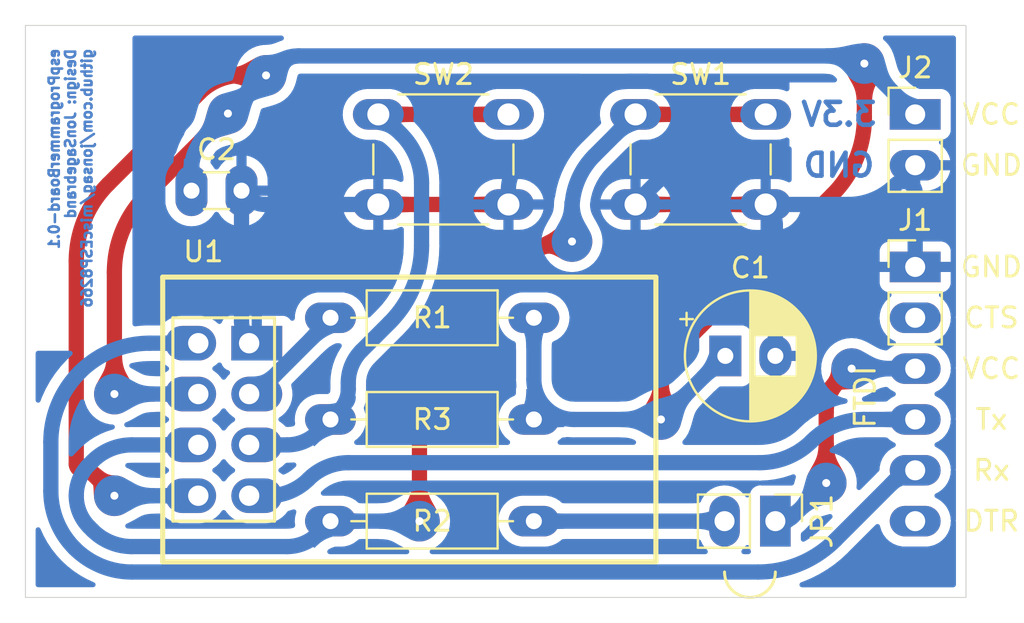
<source format=kicad_pcb>
(kicad_pcb (version 20211014) (generator pcbnew)
  (title_block (title "espProgrammerBoard") (date "2022-09-18") (rev "0.1"))
  (layers (0 "F.Cu" signal) (31 "B.Cu" signal) (34 "B.Paste" user) (35 "F.Paste" user) (36 "B.SilkS" user "B.Silkscreen") (37 "F.SilkS" user "F.Silkscreen") (38 "B.Mask" user) (39 "F.Mask" user) (44 "Edge.Cuts" user))
  (net 0 "")
  (net 1 "GND")
  (net 2 "+3V3")
  (net 4 "Net-(J1-Pad5)")
  (net 5 "Net-(J1-Pad4)")
  (net 6 "Net-(J1-Pad3)")
  (net 8 "Net-(R1-Pad1)")
  (net 9 "Net-(R2-Pad1)")
  (net 10 "Net-(R3-Pad1)")
  (footprint "My_Misc:CP_Radial_D6.3mm_P2.50mm_large" (layer "F.Cu") (at 153.71 65.405)
    (fp_text reference "C1")
    (fp_text value "220u")
  )
  (footprint "My_Misc:C_Disc_D3.0mm_W1.6mm_P2.50mm_larg" (layer "F.Cu") (at 127.04 57.15)
    (fp_text reference "C2")
    (fp_text value "100n")
  )
  (footprint "My_Headers:6-pin_FTDI_header_large" (layer "F.Cu") (at 163.195 60.96)
    (fp_text reference "J1")
    (fp_text value "FTDI" hide)
  )
  (footprint "My_Headers:2-pin_power_input_header_larger_pads" (layer "F.Cu") (at 163.195 53.34)
    (fp_text reference "J2")
    (fp_text value "External power" hide)
  )
  (footprint "My_Parts:Jumper_1x02_P2.54mm_large" (layer "F.Cu") (at 156.21 73.66 -90)
    (fp_text reference "JP1")
    (fp_text value "Power from FTDI" hide)
  )
  (footprint "My_Misc:R_Axial_DIN0207_L6.3mm_D2.5mm_P10.16mm_Horizontal_larger_pads" (layer "F.Cu") (at 133.985 63.5)
    (fp_text reference "R1")
    (fp_text value "10k" hide)
  )
  (footprint "My_Misc:R_Axial_DIN0207_L6.3mm_D2.5mm_P10.16mm_Horizontal_larger_pads" (layer "F.Cu") (at 133.985 73.66)
    (fp_text reference "R2")
    (fp_text value "10k" hide)
  )
  (footprint "My_Misc:R_Axial_DIN0207_L6.3mm_D2.5mm_P10.16mm_Horizontal_larger_pads" (layer "F.Cu") (at 133.985 68.58)
    (fp_text reference "R3")
    (fp_text value "10k" hide)
  )
  (footprint "My_Misc:SW_PUSH_6mm_large" (layer "F.Cu") (at 149.225 53.34)
    (fp_text reference "SW1")
    (fp_text value "Reset")
  )
  (footprint "My_Misc:SW_PUSH_6mm_large" (layer "F.Cu") (at 136.375 53.34)
    (fp_text reference "SW2")
    (fp_text value "Flash")
  )
  (footprint "My_Arduino:ESP-01_w_pin_socket_large" (layer "F.Cu") (at 127.381 64.77)
    (fp_text reference "U1")
    (fp_text value "ESP-01")
  )
  (gr_line (start 165.735 48.895) (end 118.745 48.895) (layer "Edge.Cuts") (width 0.05))
  (gr_line (start 118.745 77.47) (end 165.735 77.47) (layer "Edge.Cuts") (width 0.05))
  (gr_line (start 118.745 48.895) (end 118.745 77.47) (layer "Edge.Cuts") (width 0.05))
  (gr_line (start 165.735 77.47) (end 165.735 48.895) (layer "Edge.Cuts") (width 0.05))
  (gr_text "3.3V" (at 159.385 53.34) (layer "B.Cu") (effects (font (size 1.143 1.143) (thickness 0.2286)) (justify mirror)))
  (gr_text "GND" (at 159.385 55.88) (layer "B.Cu") (effects (font (size 1.143 1.143) (thickness 0.2286)) (justify mirror)))
  (gr_text "${TITLE}-${REVISION}\nDesign: JonSagebrand\ngithub.com/jonsag/miscESP8266" (at 121 50 90) (layer "B.Cu") (effects (font (size 0.508 0.508) (thickness 0.127)) (justify left mirror)))
  (segment (start 155.5475 57.8125) (end 155.575 57.785) (width 0.762) (layer "F.Cu") (net 1))
  (segment (start 155.481109 57.84) (end 149.225 57.84) (width 0.762) (layer "F.Cu") (net 1))
  (segment (start 136.5525 57.8125) (end 136.525 57.785) (width 0.762) (layer "F.Cu") (net 1))
  (segment (start 136.61889 57.84) (end 142.875 57.84) (width 0.762) (layer "F.Cu") (net 1))
  (arc (start 136.5525 57.8125) (mid 136.58296 57.832852) (end 136.61889 57.84) (width 0.762) (layer "F.Cu") (net 1))
  (arc (start 155.5475 57.8125) (mid 155.517039 57.832852) (end 155.481109 57.84) (width 0.762) (layer "F.Cu") (net 1))
  (segment (start 148.95944 51.68899) (end 149.732998 51.68899) (width 0.762) (layer "B.Cu") (net 1))
  (segment (start 159.84907 57.84) (end 155.725 57.84) (width 0.762) (layer "B.Cu") (net 1))
  (segment (start 156.21 58.869012) (end 156.21 65.405) (width 0.762) (layer "B.Cu") (net 1))
  (segment (start 155.8925 58.1025) (end 155.575 57.785) (width 0.762) (layer "B.Cu") (net 1))
  (segment (start 150.334005 56.675994) (end 149.225 57.785) (width 0.762) (layer "B.Cu") (net 1))
  (segment (start 163.195 57.265929) (end 163.195 60.96) (width 0.762) (layer "B.Cu") (net 1))
  (segment (start 129.8575 64.4525) (end 130.175 64.77) (width 0.762) (layer "B.Cu") (net 1))
  (segment (start 151.38401 54.14106) (end 151.38401 53.340001) (width 0.762) (layer "B.Cu") (net 1))
  (segment (start 146.471451 52.719548) (end 143.413815 55.777184) (width 0.762) (layer "B.Cu") (net 1))
  (segment (start 130.717903 57.84) (end 136.375 57.84) (width 0.762) (layer "B.Cu") (net 1))
  (segment (start 142.875 57.078) (end 142.875 57.84) (width 0.762) (layer "B.Cu") (net 1))
  (segment (start 129.54 63.685987) (end 129.54 57.637903) (width 0.762) (layer "B.Cu") (net 1))
  (arc (start 129.885 57.495) (mid 129.664757 57.45119) (end 129.54 57.637903) (width 0.762) (layer "B.Cu") (net 1))
  (arc (start 129.885 57.495) (mid 130.267139 57.750337) (end 130.717903 57.84) (width 0.762) (layer "B.Cu") (net 1))
  (arc (start 150.90044 52.17256) (mid 151.258334 52.708186) (end 151.38401 53.340001) (width 0.762) (layer "B.Cu") (net 1))
  (arc (start 148.95944 51.68899) (mid 147.61295 51.956823) (end 146.471451 52.719548) (width 0.762) (layer "B.Cu") (net 1))
  (arc (start 151.38401 54.14106) (mid 151.111122 55.512956) (end 150.334005 56.675994) (width 0.762) (layer "B.Cu") (net 1))
  (arc (start 163.195 57.265929) (mid 162.840616 56.735557) (end 162.215 56.86) (width 0.762) (layer "B.Cu") (net 1))
  (arc (start 162.215 56.86) (mid 161.129502 57.585306) (end 159.84907 57.84) (width 0.762) (layer "B.Cu") (net 1))
  (arc (start 143.413815 55.777184) (mid 143.015033 56.374003) (end 142.875 57.078) (width 0.762) (layer "B.Cu") (net 1))
  (arc (start 129.54 63.685987) (mid 129.622515 64.10082) (end 129.8575 64.4525) (width 0.762) (layer "B.Cu") (net 1))
  (arc (start 150.90044 52.17256) (mid 150.364813 51.814665) (end 149.732998 51.68899) (width 0.762) (layer "B.Cu") (net 1))
  (arc (start 155.8925 58.1025) (mid 156.127484 58.454178) (end 156.21 58.869012) (width 0.762) (layer "B.Cu") (net 1))
  (segment (start 130.7665 51.3915) (end 129.54 51.3915) (width 0.762) (layer "F.Cu") (net 2))
  (segment (start 150.495 68.58) (end 150.495 67.24644) (width 0.762) (layer "F.Cu") (net 2))
  (segment (start 121.285 60.673963) (end 121.285 70.8025) (width 0.762) (layer "F.Cu") (net 2))
  (segment (start 123.19 67.31) (end 123.19 61.221963) (width 0.762) (layer "F.Cu") (net 2))
  (segment (start 122.878792 56.826207) (end 127.446233 52.258766) (width 0.762) (layer "F.Cu") (net 2))
  (segment (start 123.19 72.39) (end 122.144506 71.344506) (width 0.762) (layer "F.Cu") (net 2))
  (segment (start 128.8615 53.2965) (end 124.783792 57.374207) (width 0.762) (layer "F.Cu") (net 2))
  (segment (start 159.061207 57.346672) (end 151.437969 64.96991) (width 0.762) (layer "F.Cu") (net 2))
  (segment (start 160.655 50.8) (end 160.655 53.498916) (width 0.762) (layer "F.Cu") (net 2))
  (via (at 128.8615 53.2965) (size 2.032) (drill 0.4) (layers "F.Cu" "B.Cu") (net 2))
  (via (at 160.655 50.8) (size 2.032) (drill 0.4) (layers "F.Cu" "B.Cu") (net 2))
  (via (at 123.19 67.31) (size 2.032) (drill 0.4) (layers "F.Cu" "B.Cu") (net 2))
  (via (at 150.495 68.58) (size 2.032) (drill 0.4) (layers "F.Cu" "B.Cu") (net 2))
  (via (at 130.7665 51.3915) (size 2.032) (drill 0.4) (layers "F.Cu" "B.Cu") (net 2))
  (via (at 123.19 72.39) (size 2.032) (drill 0.4) (layers "F.Cu" "B.Cu") (net 2))
  (arc (start 124.783792 57.374207) (mid 123.604213 59.139572) (end 123.19 61.221963) (width 0.762) (layer "F.Cu") (net 2))
  (arc (start 122.878792 56.826207) (mid 121.699213 58.591572) (end 121.285 60.673963) (width 0.762) (layer "F.Cu") (net 2))
  (arc (start 122.144506 71.344506) (mid 121.895831 71.178347) (end 121.6025 71.12) (width 0.762) (layer "F.Cu") (net 2))
  (arc (start 121.285 70.8025) (mid 121.377993 71.027006) (end 121.6025 71.12) (width 0.762) (layer "F.Cu") (net 2))
  (arc (start 160.655 53.498916) (mid 160.240786 55.581306) (end 159.061207 57.346672) (width 0.762) (layer "F.Cu") (net 2))
  (arc (start 129.54 51.3915) (mid 128.406861 51.616895) (end 127.446233 52.258766) (width 0.762) (layer "F.Cu") (net 2))
  (arc (start 151.437969 64.96991) (mid 150.740069 66.014391) (end 150.495 67.24644) (width 0.762) (layer "F.Cu") (net 2))
  (segment (start 123.19 72.39) (end 123.19 72.39) (width 0.762) (layer "B.Cu") (net 2))
  (segment (start 123.19 67.31) (end 123.19 67.31) (width 0.762) (layer "B.Cu") (net 2))
  (segment (start 130.7665 51.3915) (end 128.8615 53.2965) (width 0.762) (layer "B.Cu") (net 2))
  (segment (start 123.19 72.39) (end 123.19 72.39) (width 0.762) (layer "B.Cu") (net 2))
  (segment (start 130.7665 51.3915) (end 131.25276 50.90524) (width 0.762) (layer "B.Cu") (net 2))
  (segment (start 160.655 50.8) (end 163.195 53.34) (width 0.762) (layer "B.Cu") (net 2))
  (segment (start 150.495 68.58) (end 150.495 68.58) (width 0.762) (layer "B.Cu") (net 2))
  (segment (start 150.495 68.58) (end 146.144998 68.58) (width 0.762) (layer "B.Cu") (net 2))
  (segment (start 150.495 68.58) (end 153.67 65.405) (width 0.762) (layer "B.Cu") (net 2))
  (segment (start 123.19 72.39) (end 127 72.39) (width 0.762) (layer "B.Cu") (net 2))
  (segment (start 127.75842 54.399579) (end 128.8615 53.2965) (width 0.762) (layer "B.Cu") (net 2))
  (segment (start 144.145 66.580001) (end 144.145 63.5) (width 0.762) (layer "B.Cu") (net 2))
  (segment (start 127.04 56.134) (end 127.04 57.15) (width 0.762) (layer "B.Cu") (net 2))
  (segment (start 123.19 67.31) (end 127 67.31) (width 0.762) (layer "B.Cu") (net 2))
  (segment (start 144.145 73.66) (end 153.67 73.66) (width 0.762) (layer "B.Cu") (net 2))
  (segment (start 132.426695 50.41898) (end 160.004558 50.41898) (width 0.762) (layer "B.Cu") (net 2))
  (segment (start 160.655 50.8) (end 160.46449 50.60949) (width 0.762) (layer "B.Cu") (net 2))
  (arc (start 132.426695 50.41898) (mid 131.791366 50.545354) (end 131.25276 50.90524) (width 0.762) (layer "B.Cu") (net 2))
  (arc (start 144.145 66.580001) (mid 144.730785 67.994213) (end 146.144998 68.58) (width 0.762) (layer "B.Cu") (net 2))
  (arc (start 160.46449 50.60949) (mid 160.253471 50.468491) (end 160.004558 50.41898) (width 0.762) (layer "B.Cu") (net 2))
  (arc (start 127.75842 54.399579) (mid 127.226711 55.195338) (end 127.04 56.134) (width 0.762) (layer "B.Cu") (net 2))
  (segment (start 120.014989 72.154929) (end 120.014989 69.713113) (width 0.762) (layer "B.Cu") (net 4))
  (segment (start 124.955299 64.77) (end 127 64.77) (width 0.762) (layer "B.Cu") (net 4))
  (segment (start 159.200783 74.606216) (end 162.507394 71.299605) (width 0.762) (layer "B.Cu") (net 4))
  (segment (start 162.941 71.12) (end 163.195 71.12) (width 0.762) (layer "B.Cu") (net 4))
  (segment (start 121.462793 66.217804) (end 121.464776 66.215821) (width 0.762) (layer "B.Cu") (net 4))
  (segment (start 155.353027 76.200009) (end 124.060068 76.200009) (width 0.762) (layer "B.Cu") (net 4))
  (arc (start 159.200783 74.606216) (mid 157.435417 75.785795) (end 155.353027 76.200009) (width 0.762) (layer "B.Cu") (net 4))
  (arc (start 124.955299 64.77) (mid 123.066241 65.145756) (end 121.464776 66.215821) (width 0.762) (layer "B.Cu") (net 4))
  (arc (start 120.014989 72.154929) (mid 120.322902 73.702913) (end 121.199765 75.015232) (width 0.762) (layer "B.Cu") (net 4))
  (arc (start 162.941 71.12) (mid 162.706334 71.166677) (end 162.507394 71.299605) (width 0.762) (layer "B.Cu") (net 4))
  (arc (start 121.199765 75.015232) (mid 122.512083 75.892095) (end 124.060068 76.200009) (width 0.762) (layer "B.Cu") (net 4))
  (arc (start 121.462793 66.217804) (mid 120.39126 67.821465) (end 120.014989 69.713113) (width 0.762) (layer "B.Cu") (net 4))
  (segment (start 130.892245 72.39) (end 129.54 72.39) (width 0.762) (layer "B.Cu") (net 5))
  (segment (start 155.419952 70.739001) (end 134.878109 70.739001) (width 0.762) (layer "B.Cu") (net 5))
  (segment (start 160.632242 68.58) (end 163.195 68.58) (width 0.762) (layer "B.Cu") (net 5))
  (arc (start 132.885177 71.5645) (mid 131.970812 72.175459) (end 130.892245 72.39) (width 0.762) (layer "B.Cu") (net 5))
  (arc (start 134.878109 70.739001) (mid 133.799542 70.953541) (end 132.885177 71.5645) (width 0.762) (layer "B.Cu") (net 5))
  (arc (start 158.026097 69.6595) (mid 156.830387 70.458447) (end 155.419952 70.739001) (width 0.762) (layer "B.Cu") (net 5))
  (arc (start 160.632242 68.58) (mid 159.221806 68.860552) (end 158.026097 69.6595) (width 0.762) (layer "B.Cu") (net 5))
  (segment (start 158.75 68.208025) (end 158.75 71.755) (width 0.762) (layer "F.Cu") (net 6))
  (segment (start 159.385 66.675) (end 160.02 66.04) (width 0.762) (layer "F.Cu") (net 6))
  (via (at 158.75 71.755) (size 2.032) (drill 0.4) (layers "F.Cu" "B.Cu") (net 6))
  (via (at 160.02 66.04) (size 2.032) (drill 0.4) (layers "F.Cu" "B.Cu") (net 6))
  (arc (start 159.385 66.675) (mid 158.915031 67.378357) (end 158.75 68.208025) (width 0.762) (layer "F.Cu") (net 6))
  (segment (start 158.75 71.755) (end 158.75 71.755) (width 0.762) (layer "B.Cu") (net 6))
  (segment (start 160.02 66.04) (end 160.02 66.04) (width 0.762) (layer "B.Cu") (net 6))
  (segment (start 156.5275 73.66) (end 156.21 73.66) (width 0.762) (layer "B.Cu") (net 6))
  (segment (start 158.75 71.755) (end 157.069506 73.435493) (width 0.762) (layer "B.Cu") (net 6))
  (segment (start 160.02 66.04) (end 163.195 66.04) (width 0.762) (layer "B.Cu") (net 6))
  (arc (start 157.069506 73.435493) (mid 156.820831 73.601652) (end 156.5275 73.66) (width 0.762) (layer "B.Cu") (net 6))
  (segment (start 133.985 63.545482) (end 133.985 63.5) (width 0.762) (layer "B.Cu") (net 8))
  (segment (start 130.52263 67.053332) (end 133.952839 63.623124) (width 0.762) (layer "B.Cu") (net 8))
  (segment (start 129.902982 67.31) (end 129.54 67.31) (width 0.762) (layer "B.Cu") (net 8))
  (arc (start 133.985 63.545482) (mid 133.976641 63.587501) (end 133.952839 63.623124) (width 0.762) (layer "B.Cu") (net 8))
  (arc (start 130.52263 67.053332) (mid 130.238333 67.243294) (end 129.902982 67.31) (width 0.762) (layer "B.Cu") (net 8))
  (segment (start 138.43 68.273641) (end 138.43 73.66) (width 0.762) (layer "F.Cu") (net 9))
  (segment (start 146.05 59.69) (end 145.404839 59.69) (width 0.762) (layer "F.Cu") (net 9))
  (segment (start 144.30348 60.146197) (end 140.023792 64.425885) (width 0.762) (layer "F.Cu") (net 9))
  (segment (start 149.225 53.34) (end 155.575 53.34) (width 0.762) (layer "F.Cu") (net 9))
  (via (at 146.05 59.69) (size 2.032) (drill 0.4) (layers "F.Cu" "B.Cu") (net 9))
  (via (at 138.43 73.66) (size 2.032) (drill 0.4) (layers "F.Cu" "B.Cu") (net 9))
  (arc (start 140.023792 64.425885) (mid 138.844213 66.19125) (end 138.43 68.273641) (width 0.762) (layer "F.Cu") (net 9))
  (arc (start 145.404839 59.69) (mid 144.808787 59.808561) (end 144.30348 60.146197) (width 0.762) (layer "F.Cu") (net 9))
  (segment (start 146.05 59.69) (end 146.05 59.69) (width 0.762) (layer "B.Cu") (net 9))
  (segment (start 138.43 73.66) (end 138.43 73.66) (width 0.762) (layer "B.Cu") (net 9))
  (segment (start 147.172532 55.392467) (end 149.225 53.34) (width 0.762) (layer "B.Cu") (net 9))
  (segment (start 124.06007 69.85) (end 127 69.85) (width 0.762) (layer "B.Cu") (net 9))
  (segment (start 121.931578 73.95098) (end 122.097798 74.1172) (width 0.762) (layer "B.Cu") (net 9))
  (segment (start 124.060068 74.929999) (end 131.816976 74.929999) (width 0.762) (layer "B.Cu") (net 9))
  (segment (start 134.883024 73.66) (end 138.43 73.66) (width 0.762) (layer "B.Cu") (net 9))
  (segment (start 122.097798 70.662799) (end 121.931578 70.829019) (width 0.762) (layer "B.Cu") (net 9))
  (segment (start 146.05 59.69) (end 146.05 58.1025) (width 0.762) (layer "B.Cu") (net 9))
  (arc (start 147.172532 55.392467) (mid 146.341736 56.63584) (end 146.05 58.1025) (width 0.762) (layer "B.Cu") (net 9))
  (arc (start 121.284999 72.39) (mid 121.453039 73.234796) (end 121.931578 73.95098) (width 0.762) (layer "B.Cu") (net 9))
  (arc (start 121.931578 70.829019) (mid 121.453039 71.545203) (end 121.284999 72.39) (width 0.762) (layer "B.Cu") (net 9))
  (arc (start 124.06007 69.85) (mid 122.998096 70.061239) (end 122.097798 70.662799) (width 0.762) (layer "B.Cu") (net 9))
  (arc (start 133.35 74.294999) (mid 132.646642 74.764967) (end 131.816976 74.929999) (width 0.762) (layer "B.Cu") (net 9))
  (arc (start 122.097798 74.1172) (mid 122.998095 74.718759) (end 124.060068 74.929999) (width 0.762) (layer "B.Cu") (net 9))
  (arc (start 134.883024 73.66) (mid 134.053357 73.82503) (end 133.35 74.294999) (width 0.762) (layer "B.Cu") (net 9))
  (segment (start 136.375 53.34) (end 142.875 53.34) (width 0.762) (layer "F.Cu") (net 10))
  (segment (start 134.429495 68.135504) (end 133.540504 69.024495) (width 0.762) (layer "B.Cu") (net 10))
  (segment (start 136.940216 63.740104) (end 135.540325 65.139996) (width 0.762) (layer "B.Cu") (net 10))
  (segment (start 131.816974 69.85) (end 129.54 69.85) (width 0.762) (layer "B.Cu") (net 10))
  (segment (start 137.529505 54.344505) (end 136.525 53.34) (width 0.762) (layer "B.Cu") (net 10))
  (segment (start 134.873991 67.062397) (end 134.873991 66.74867) (width 0.762) (layer "B.Cu") (net 10))
  (segment (start 138.53401 59.892348) (end 138.53401 56.769594) (width 0.762) (layer "B.Cu") (net 10))
  (segment (start 133.349999 69.214999) (end 133.540504 69.024495) (width 0.762) (layer "B.Cu") (net 10))
  (arc (start 134.873991 67.062397) (mid 134.75847 67.643158) (end 134.429495 68.135504) (width 0.762) (layer "B.Cu") (net 10))
  (arc (start 137.529505 54.344505) (mid 138.272947 55.457145) (end 138.53401 56.769594) (width 0.762) (layer "B.Cu") (net 10))
  (arc (start 135.540325 65.139996) (mid 135.047165 65.878062) (end 134.873991 66.74867) (width 0.762) (layer "B.Cu") (net 10))
  (arc (start 133.349999 69.214999) (mid 132.646641 69.684968) (end 131.816974 69.85) (width 0.762) (layer "B.Cu") (net 10))
  (arc (start 138.53401 59.892348) (mid 138.119796 61.974738) (end 136.940216 63.740104) (width 0.762) (layer "B.Cu") (net 10))
  (zone (net 2) (net_name "+3V3") (layer "F.Cu") (priority 16962) (connect_pads yes (clearance 0)) (min_thickness 0.0254) (fill yes (thermal_gap 0.508) (thermal_bridge_width 0.508))
    (polygon (pts (xy 121.680052 71.501) (xy 121.853345 71.520868) (xy 121.976921 71.577075) (xy 122.059567 71.664524) (xy 122.110072 71.778122) (xy 122.137223 71.91277) (xy 122.14981 72.063374) (xy 122.156619 72.224837) (xy 122.16644 72.392064) (xy 122.188061 72.559959) (xy 122.23027 72.723426) (xy 123.54921 72.74921) (xy 123.19 71.374) (xy 123.002656 71.35622) (xy 122.847408 71.30796) (xy 122.715248 71.236839) (xy 122.59717 71.15048) (xy 122.484167 71.0565) (xy 122.367232 70.96252) (xy 122.23736 70.87616) (xy 122.085544 70.80504) (xy 121.902776 70.75678) (xy 121.680052 70.739)))
  )
  (zone (net 1) (net_name "GND") (layer "F.Cu") (priority 16962) (connect_pads yes (clearance 0)) (min_thickness 0.0254) (fill yes (thermal_gap 0.508) (thermal_bridge_width 0.508))
    (polygon (pts (xy 141.353 58.221) (xy 141.523612 58.223752) (xy 141.670123 58.23214) (xy 141.79727 58.246361) (xy 141.909787 58.266612) (xy 142.01241 58.293091) (xy 142.109874 58.325994) (xy 142.206915 58.36552) (xy 142.308268 58.411864) (xy 142.418668 58.465225) (xy 142.542852 58.5258) (xy 143.256 57.84) (xy 142.542852 57.1542) (xy 142.418668 57.214774) (xy 142.308268 57.268135) (xy 142.206915 57.314479) (xy 142.109874 57.354005) (xy 142.01241 57.386908) (xy 141.909787 57.413387) (xy 141.79727 57.433638) (xy 141.670123 57.447859) (xy 141.523612 57.456247) (xy 141.353 57.459)))
  )
  (zone (net 10) (net_name "Net-(R3-Pad1)") (layer "F.Cu") (priority 16962) (connect_pads yes (clearance 0)) (min_thickness 0.0254) (fill yes (thermal_gap 0.508) (thermal_bridge_width 0.508))
    (polygon (pts (xy 141.353 53.721) (xy 141.523612 53.723752) (xy 141.670123 53.73214) (xy 141.79727 53.746361) (xy 141.909787 53.766612) (xy 142.01241 53.793091) (xy 142.109874 53.825994) (xy 142.206915 53.86552) (xy 142.308268 53.911864) (xy 142.418668 53.965225) (xy 142.542852 54.0258) (xy 143.256 53.34) (xy 142.542852 52.6542) (xy 142.418668 52.714774) (xy 142.308268 52.768135) (xy 142.206915 52.814479) (xy 142.109874 52.854005) (xy 142.01241 52.886908) (xy 141.909787 52.913387) (xy 141.79727 52.933638) (xy 141.670123 52.947859) (xy 141.523612 52.956247) (xy 141.353 52.959)))
  )
  (zone (net 6) (net_name "Net-(J1-Pad3)") (layer "F.Cu") (priority 16962) (connect_pads yes (clearance 0)) (min_thickness 0.0254) (fill yes (thermal_gap 0.508) (thermal_bridge_width 0.508))
    (polygon (pts (xy 159.131 67.549948) (xy 159.150868 67.376654) (xy 159.207075 67.253078) (xy 159.294524 67.170432) (xy 159.408122 67.119927) (xy 159.54277 67.092776) (xy 159.693374 67.080189) (xy 159.854837 67.07338) (xy 160.022064 67.063559) (xy 160.189959 67.041938) (xy 160.353426 66.99973) (xy 160.37921 65.68079) (xy 159.004 66.04) (xy 158.98622 66.227343) (xy 158.93796 66.382591) (xy 158.866839 66.514751) (xy 158.78048 66.632829) (xy 158.6865 66.745832) (xy 158.59252 66.862767) (xy 158.50616 66.992639) (xy 158.43504 67.144455) (xy 158.38678 67.327223) (xy 158.369 67.549948)))
  )
  (zone (net 2) (net_name "+3V3") (layer "F.Cu") (priority 16962) (connect_pads yes (clearance 0)) (min_thickness 0.0254) (fill yes (thermal_gap 0.508) (thermal_bridge_width 0.508))
    (polygon (pts (xy 128.7405 51.7725) (xy 128.970753 51.779177) (xy 129.165275 51.798613) (xy 129.33147 51.82991) (xy 129.476743 51.872175) (xy 129.608497 51.92451) (xy 129.734136 51.98602) (xy 129.861066 52.05581) (xy 129.996689 52.132984) (xy 130.148411 52.216645) (xy 130.323636 52.3059) (xy 131.2745 51.3915) (xy 130.323636 50.4771) (xy 130.148411 50.566354) (xy 129.996689 50.650015) (xy 129.861066 50.727189) (xy 129.734136 50.796979) (xy 129.608497 50.858489) (xy 129.476743 50.910824) (xy 129.33147 50.953089) (xy 129.165275 50.984386) (xy 128.970753 51.003822) (xy 128.7405 51.0105)))
  )
  (zone (net 2) (net_name "+3V3") (layer "F.Cu") (priority 16962) (connect_pads yes (clearance 0)) (min_thickness 0.0254) (fill yes (thermal_gap 0.508) (thermal_bridge_width 0.508))
    (polygon (pts (xy 122.809 65.284) (xy 122.802322 65.514253) (xy 122.782886 65.708775) (xy 122.751589 65.87497) (xy 122.709324 66.020243) (xy 122.656989 66.151997) (xy 122.595479 66.277636) (xy 122.525689 66.404566) (xy 122.448515 66.540189) (xy 122.364854 66.691911) (xy 122.2756 66.867136) (xy 123.19 67.818) (xy 124.1044 66.867136) (xy 124.015145 66.691911) (xy 123.931484 66.540189) (xy 123.85431 66.404566) (xy 123.78452 66.277636) (xy 123.72301 66.151997) (xy 123.670675 66.020243) (xy 123.62841 65.87497) (xy 123.597113 65.708775) (xy 123.577677 65.514253) (xy 123.571 65.284)))
  )
  (zone (net 9) (net_name "Net-(R2-Pad1)") (layer "F.Cu") (priority 16962) (connect_pads yes (clearance 0)) (min_thickness 0.0254) (fill yes (thermal_gap 0.508) (thermal_bridge_width 0.508))
    (polygon (pts (xy 138.049 71.634) (xy 138.042322 71.864253) (xy 138.022886 72.058775) (xy 137.991589 72.22497) (xy 137.949324 72.370243) (xy 137.896989 72.501997) (xy 137.835479 72.627636) (xy 137.765689 72.754566) (xy 137.688515 72.890189) (xy 137.604854 73.041911) (xy 137.5156 73.217136) (xy 138.43 74.168) (xy 139.3444 73.217136) (xy 139.255145 73.041911) (xy 139.171484 72.890189) (xy 139.09431 72.754566) (xy 139.02452 72.627636) (xy 138.96301 72.501997) (xy 138.910675 72.370243) (xy 138.86841 72.22497) (xy 138.837113 72.058775) (xy 138.817677 71.864253) (xy 138.811 71.634)))
  )
  (zone (net 1) (net_name "GND") (layer "F.Cu") (priority 16962) (connect_pads yes (clearance 0)) (min_thickness 0.0254) (fill yes (thermal_gap 0.508) (thermal_bridge_width 0.508))
    (polygon (pts (xy 137.902 57.459) (xy 137.730706 57.45627) (xy 137.583593 57.44794) (xy 137.455911 57.433798) (xy 137.342908 57.41363) (xy 137.239835 57.387225) (xy 137.141941 57.35437) (xy 137.044476 57.314852) (xy 136.942688 57.268459) (xy 136.831829 57.214979) (xy 136.707148 57.1542) (xy 135.994 57.84) (xy 136.707148 58.5258) (xy 136.831829 58.46502) (xy 136.942688 58.41154) (xy 137.044476 58.365147) (xy 137.141941 58.325629) (xy 137.239835 58.292774) (xy 137.342908 58.266369) (xy 137.455911 58.246201) (xy 137.583593 58.232059) (xy 137.730706 58.223729) (xy 137.902 58.221)))
  )
  (zone (net 1) (net_name "GND") (layer "F.Cu") (priority 16962) (connect_pads yes (clearance 0)) (min_thickness 0.0254) (fill yes (thermal_gap 0.508) (thermal_bridge_width 0.508))
    (polygon (pts (xy 154.198 58.221) (xy 154.369293 58.223729) (xy 154.516406 58.232059) (xy 154.644088 58.246201) (xy 154.757091 58.266369) (xy 154.860164 58.292774) (xy 154.958058 58.325629) (xy 155.055523 58.365147) (xy 155.157311 58.41154) (xy 155.26817 58.46502) (xy 155.392852 58.5258) (xy 156.106 57.84) (xy 155.392852 57.1542) (xy 155.26817 57.214979) (xy 155.157311 57.268459) (xy 155.055523 57.314852) (xy 154.958058 57.35437) (xy 154.860164 57.387225) (xy 154.757091 57.41363) (xy 154.644088 57.433798) (xy 154.516406 57.44794) (xy 154.369293 57.45627) (xy 154.198 57.459)))
  )
  (zone (net 6) (net_name "Net-(J1-Pad3)") (layer "F.Cu") (priority 16962) (connect_pads yes (clearance 0)) (min_thickness 0.0254) (fill yes (thermal_gap 0.508) (thermal_bridge_width 0.508))
    (polygon (pts (xy 158.369 69.729) (xy 158.362322 69.959253) (xy 158.342886 70.153775) (xy 158.311589 70.31997) (xy 158.269324 70.465243) (xy 158.216989 70.596997) (xy 158.155479 70.722636) (xy 158.085689 70.849566) (xy 158.008515 70.985189) (xy 157.924854 71.136911) (xy 157.8356 71.312136) (xy 158.75 72.263) (xy 159.6644 71.312136) (xy 159.575145 71.136911) (xy 159.491484 70.985189) (xy 159.41431 70.849566) (xy 159.34452 70.722636) (xy 159.28301 70.596997) (xy 159.230675 70.465243) (xy 159.18841 70.31997) (xy 159.157113 70.153775) (xy 159.137677 69.959253) (xy 159.131 69.729)))
  )
  (zone (net 9) (net_name "Net-(R2-Pad1)") (layer "F.Cu") (priority 16962) (connect_pads yes (clearance 0)) (min_thickness 0.0254) (fill yes (thermal_gap 0.508) (thermal_bridge_width 0.508))
    (polygon (pts (xy 154.193 53.721) (xy 154.364975 53.723706) (xy 154.512689 53.731977) (xy 154.640907 53.746041) (xy 154.754395 53.766125) (xy 154.857918 53.792457) (xy 154.956242 53.825264) (xy 155.054132 53.864775) (xy 155.156353 53.911215) (xy 155.267671 53.964815) (xy 155.392852 54.0258) (xy 156.106 53.34) (xy 155.392852 52.6542) (xy 155.267671 52.715184) (xy 155.156353 52.768784) (xy 155.054132 52.815224) (xy 154.956242 52.854735) (xy 154.857918 52.887542) (xy 154.754395 52.913874) (xy 154.640907 52.933958) (xy 154.512689 52.948022) (xy 154.364975 52.956293) (xy 154.193 52.959)))
  )
  (zone (net 2) (net_name "+3V3") (layer "F.Cu") (priority 16962) (connect_pads yes (clearance 0)) (min_thickness 0.0254) (fill yes (thermal_gap 0.508) (thermal_bridge_width 0.508))
    (polygon (pts (xy 150.114 66.554) (xy 150.107322 66.784253) (xy 150.087886 66.978775) (xy 150.056589 67.14497) (xy 150.014324 67.290243) (xy 149.961989 67.421997) (xy 149.900479 67.547636) (xy 149.830689 67.674566) (xy 149.753515 67.810189) (xy 149.669854 67.961911) (xy 149.5806 68.137136) (xy 150.495 69.088) (xy 151.4094 68.137136) (xy 151.320145 67.961911) (xy 151.236484 67.810189) (xy 151.15931 67.674566) (xy 151.08952 67.547636) (xy 151.02801 67.421997) (xy 150.975675 67.290243) (xy 150.93341 67.14497) (xy 150.902113 66.978775) (xy 150.882677 66.784253) (xy 150.876 66.554)))
  )
  (zone (net 2) (net_name "+3V3") (layer "F.Cu") (priority 16962) (connect_pads yes (clearance 0)) (min_thickness 0.0254) (fill yes (thermal_gap 0.508) (thermal_bridge_width 0.508))
    (polygon (pts (xy 127.698311 54.998505) (xy 127.865846 54.840413) (xy 128.017136 54.716608) (xy 128.156785 54.621221) (xy 128.289393 54.548383) (xy 128.419564 54.492226) (xy 128.551899 54.44688) (xy 128.691 54.406476) (xy 128.84147 54.365145) (xy 129.007911 54.31702) (xy 129.194926 54.25623) (xy 129.22071 52.93729) (xy 127.90177 52.963074) (xy 127.840979 53.150088) (xy 127.792854 53.316529) (xy 127.751523 53.466999) (xy 127.711119 53.6061) (xy 127.665773 53.738435) (xy 127.609616 53.868606) (xy 127.536778 54.001214) (xy 127.441391 54.140863) (xy 127.317586 54.292153) (xy 127.159495 54.459689)))
  )
  (zone (net 1) (net_name "GND") (layer "F.Cu") (priority 16962) (connect_pads yes (clearance 0)) (min_thickness 0.0254) (fill yes (thermal_gap 0.508) (thermal_bridge_width 0.508))
    (polygon (pts (xy 150.747 57.459) (xy 150.576387 57.456247) (xy 150.429876 57.447859) (xy 150.302729 57.433638) (xy 150.190212 57.413387) (xy 150.087589 57.386908) (xy 149.990125 57.354005) (xy 149.893084 57.314479) (xy 149.791731 57.268135) (xy 149.681331 57.214774) (xy 149.557148 57.1542) (xy 148.844 57.84) (xy 149.557148 58.5258) (xy 149.681331 58.465225) (xy 149.791731 58.411864) (xy 149.893084 58.36552) (xy 149.990125 58.325994) (xy 150.087589 58.293091) (xy 150.190212 58.266612) (xy 150.302729 58.246361) (xy 150.429876 58.23214) (xy 150.576387 58.223752) (xy 150.747 58.221)))
  )
  (zone (net 9) (net_name "Net-(R2-Pad1)") (layer "F.Cu") (priority 16962) (connect_pads yes (clearance 0)) (min_thickness 0.0254) (fill yes (thermal_gap 0.508) (thermal_bridge_width 0.508))
    (polygon (pts (xy 144.501812 60.486681) (xy 144.616915 60.388983) (xy 144.727341 60.328475) (xy 144.834462 60.300333) (xy 144.939652 60.299733) (xy 145.044283 60.321852) (xy 145.14973 60.361866) (xy 145.257365 60.414951) (xy 145.368563 60.476285) (xy 145.484695 60.541042) (xy 145.607136 60.6044) (xy 146.558 59.69) (xy 145.33158 58.97158) (xy 145.187985 59.104189) (xy 145.054588 59.207772) (xy 144.928124 59.290299) (xy 144.805332 59.359738) (xy 144.68295 59.42406) (xy 144.557715 59.491236) (xy 144.426364 59.569234) (xy 144.285636 59.666025) (xy 144.132267 59.789579) (xy 143.962997 59.947866)))
  )
  (zone (net 9) (net_name "Net-(R2-Pad1)") (layer "F.Cu") (priority 16962) (connect_pads yes (clearance 0)) (min_thickness 0.0254) (fill yes (thermal_gap 0.508) (thermal_bridge_width 0.508))
    (polygon (pts (xy 150.747 52.959) (xy 150.576387 52.956247) (xy 150.429876 52.947859) (xy 150.302729 52.933638) (xy 150.190212 52.913387) (xy 150.087589 52.886908) (xy 149.990125 52.854005) (xy 149.893084 52.814479) (xy 149.791731 52.768135) (xy 149.681331 52.714774) (xy 149.557148 52.6542) (xy 148.844 53.34) (xy 149.557148 54.0258) (xy 149.681331 53.965225) (xy 149.791731 53.911864) (xy 149.893084 53.86552) (xy 149.990125 53.825994) (xy 150.087589 53.793091) (xy 150.190212 53.766612) (xy 150.302729 53.746361) (xy 150.429876 53.73214) (xy 150.576387 53.723752) (xy 150.747 53.721)))
  )
  (zone (net 10) (net_name "Net-(R3-Pad1)") (layer "F.Cu") (priority 16962) (connect_pads yes (clearance 0)) (min_thickness 0.0254) (fill yes (thermal_gap 0.508) (thermal_bridge_width 0.508))
    (polygon (pts (xy 137.897 52.959) (xy 137.726387 52.956247) (xy 137.579876 52.947859) (xy 137.452729 52.933638) (xy 137.340212 52.913387) (xy 137.237589 52.886908) (xy 137.140125 52.854005) (xy 137.043084 52.814479) (xy 136.941731 52.768135) (xy 136.831331 52.714774) (xy 136.707148 52.6542) (xy 135.994 53.34) (xy 136.707148 54.0258) (xy 136.831331 53.965225) (xy 136.941731 53.911864) (xy 137.043084 53.86552) (xy 137.140125 53.825994) (xy 137.237589 53.793091) (xy 137.340212 53.766612) (xy 137.452729 53.746361) (xy 137.579876 53.73214) (xy 137.726387 53.723752) (xy 137.897 53.721)))
  )
  (zone (net 2) (net_name "+3V3") (layer "F.Cu") (priority 16962) (connect_pads yes (clearance 0)) (min_thickness 0.0254) (fill yes (thermal_gap 0.508) (thermal_bridge_width 0.508))
    (polygon (pts (xy 161.036 52.826) (xy 161.042677 52.595746) (xy 161.062113 52.401224) (xy 161.09341 52.235029) (xy 161.135675 52.089756) (xy 161.18801 51.958002) (xy 161.24952 51.832363) (xy 161.31931 51.705433) (xy 161.396484 51.56981) (xy 161.480145 51.418088) (xy 161.5694 51.242864) (xy 160.655 50.292) (xy 159.7406 51.242864) (xy 159.829854 51.418088) (xy 159.913515 51.56981) (xy 159.990689 51.705433) (xy 160.060479 51.832363) (xy 160.121989 51.958002) (xy 160.174324 52.089756) (xy 160.216589 52.235029) (xy 160.247886 52.401224) (xy 160.267322 52.595746) (xy 160.274 52.826)))
  )
  (zone (net 6) (net_name "Net-(J1-Pad3)") (layer "B.Cu") (priority 16962) (connect_pads yes (clearance 0)) (min_thickness 0.0254) (fill yes (thermal_gap 0.508) (thermal_bridge_width 0.508))
    (polygon (pts (xy 157.234615 72.731569) (xy 157.149468 72.810916) (xy 157.068919 72.873954) (xy 156.991637 72.921844) (xy 156.916289 72.955747) (xy 156.841543 72.976825) (xy 156.766067 72.986241) (xy 156.688528 72.985156) (xy 156.607595 72.974732) (xy 156.521934 72.956131) (xy 156.430215 72.930515) (xy 155.833737 73.71989) (xy 156.748815 74.198815) (xy 156.859338 74.090984) (xy 156.95862 73.999012) (xy 157.050206 73.9182) (xy 157.137637 73.843849) (xy 157.224458 73.771264) (xy 157.314213 73.695745) (xy 157.410444 73.612595) (xy 157.516695 73.517117) (xy 157.636509 73.404613) (xy 157.773431 73.270385)))
  )
  (zone (net 2) (net_name "+3V3") (layer "B.Cu") (priority 16962) (connect_pads yes (clearance 0)) (min_thickness 0.0254) (fill yes (thermal_gap 0.508) (thermal_bridge_width 0.508))
    (polygon (pts (xy 152.148 74.041) (xy 152.318612 74.043752) (xy 152.465123 74.05214) (xy 152.59227 74.066361) (xy 152.704787 74.086612) (xy 152.80741 74.113091) (xy 152.904874 74.145994) (xy 153.001915 74.18552) (xy 153.103268 74.231864) (xy 153.213668 74.285225) (xy 153.337852 74.3458) (xy 154.051 73.66) (xy 153.337852 72.9742) (xy 153.213668 73.034774) (xy 153.103268 73.088135) (xy 153.001915 73.134479) (xy 152.904874 73.174005) (xy 152.80741 73.206908) (xy 152.704787 73.233387) (xy 152.59227 73.253638) (xy 152.465123 73.267859) (xy 152.318612 73.276247) (xy 152.148 73.279)))
  )
  (zone (net 2) (net_name "+3V3") (layer "B.Cu") (priority 16962) (connect_pads yes (clearance 0)) (min_thickness 0.0254) (fill yes (thermal_gap 0.508) (thermal_bridge_width 0.508))
    (polygon (pts (xy 161.849376 52.533192) (xy 161.96807 52.655778) (xy 162.065738 52.765309) (xy 162.145589 52.865271) (xy 162.210831 52.959152) (xy 162.264673 53.05044) (xy 162.310324 53.142624) (xy 162.350994 53.239191) (xy 162.38989 53.343629) (xy 162.430223 53.459425) (xy 162.475202 53.590069) (xy 163.464407 53.609407) (xy 163.445069 52.620202) (xy 163.314425 52.575223) (xy 163.198629 52.53489) (xy 163.094191 52.495994) (xy 162.997624 52.455324) (xy 162.90544 52.409673) (xy 162.814152 52.355831) (xy 162.720271 52.290589) (xy 162.620309 52.210738) (xy 162.510778 52.11307) (xy 162.388192 51.994376)))
  )
  (zone (net 2) (net_name "+3V3") (layer "B.Cu") (priority 16962) (connect_pads yes (clearance 0)) (min_thickness 0.0254) (fill yes (thermal_gap 0.508) (thermal_bridge_width 0.508))
    (polygon (pts (xy 130.024689 51.594495) (xy 129.857153 51.752586) (xy 129.705863 51.876391) (xy 129.566214 51.971778) (xy 129.433606 52.044616) (xy 129.303435 52.100773) (xy 129.1711 52.146119) (xy 129.031999 52.186523) (xy 128.881529 52.227854) (xy 128.715088 52.275979) (xy 128.528074 52.33677) (xy 128.50229 53.65571) (xy 129.82123 53.629926) (xy 129.88202 53.442911) (xy 129.930145 53.27647) (xy 129.971476 53.126) (xy 130.01188 52.986899) (xy 130.057226 52.854564) (xy 130.113383 52.724393) (xy 130.186221 52.591785) (xy 130.281608 52.452136) (xy 130.405413 52.300846) (xy 130.563505 52.133311)))
  )
  (zone (net 2) (net_name "+3V3") (layer "B.Cu") (priority 16962) (connect_pads yes (clearance 0)) (min_thickness 0.0254) (fill yes (thermal_gap 0.508) (thermal_bridge_width 0.508))
    (polygon (pts (xy 125.216 66.929) (xy 124.985746 66.922322) (xy 124.791224 66.902886) (xy 124.625029 66.871589) (xy 124.479756 66.829324) (xy 124.348002 66.776989) (xy 124.222363 66.715479) (xy 124.095433 66.645689) (xy 123.95981 66.568515) (xy 123.808088 66.484854) (xy 123.632864 66.3956) (xy 122.682 67.31) (xy 123.632864 68.2244) (xy 123.808088 68.135145) (xy 123.95981 68.051484) (xy 124.095433 67.97431) (xy 124.222363 67.90452) (xy 124.348002 67.84301) (xy 124.479756 67.790675) (xy 124.625029 67.74841) (xy 124.791224 67.717113) (xy 124.985746 67.697677) (xy 125.216 67.691)))
  )
  (zone (net 8) (net_name "Net-(R1-Pad1)") (layer "B.Cu") (priority 16962) (connect_pads yes (clearance 0)) (min_thickness 0.0254) (fill yes (thermal_gap 0.508) (thermal_bridge_width 0.508))
    (polygon (pts (xy 133.220619 64.894161) (xy 133.348084 64.770205) (xy 133.461249 64.667679) (xy 133.563804 64.583062) (xy 133.659438 64.512831) (xy 133.751842 64.453463) (xy 133.844705 64.401436) (xy 133.941718 64.353227) (xy 134.046569 64.305315) (xy 134.16295 64.254178) (xy 134.294549 64.196292) (xy 134.230866 63.20895) (xy 133.246767 63.311173) (xy 133.213685 63.440874) (xy 133.183117 63.556139) (xy 133.152169 63.660275) (xy 133.117948 63.756587) (xy 133.077559 63.848382) (xy 133.028108 63.938968) (xy 132.9667 64.03165) (xy 132.890443 64.129736) (xy 132.796442 64.236532) (xy 132.681803 64.355345)))
  )
  (zone (net 2) (net_name "+3V3") (layer "B.Cu") (priority 16962) (connect_pads yes (clearance 0)) (min_thickness 0.0254) (fill yes (thermal_gap 0.508) (thermal_bridge_width 0.508))
    (polygon (pts (xy 162.357005 51.963189) (xy 162.198913 51.795653) (xy 162.075108 51.644363) (xy 161.979721 51.504714) (xy 161.906883 51.372106) (xy 161.850726 51.241935) (xy 161.80538 51.1096) (xy 161.764976 50.970499) (xy 161.723645 50.820029) (xy 161.67552 50.653588) (xy 161.61473 50.466574) (xy 160.29579 50.44079) (xy 160.321574 51.75973) (xy 160.508588 51.82052) (xy 160.675029 51.868645) (xy 160.825499 51.909976) (xy 160.9646 51.95038) (xy 161.096935 51.995726) (xy 161.227106 52.051883) (xy 161.359714 52.124721) (xy 161.499363 52.220108) (xy 161.650653 52.343913) (xy 161.818189 52.502005)))
  )
  (zone (net 6) (net_name "Net-(J1-Pad3)") (layer "B.Cu") (priority 16962) (connect_pads yes (clearance 0)) (min_thickness 0.0254) (fill yes (thermal_gap 0.508) (thermal_bridge_width 0.508))
    (polygon (pts (xy 161.673 66.421) (xy 161.843612 66.423752) (xy 161.990123 66.43214) (xy 162.11727 66.446361) (xy 162.229787 66.466612) (xy 162.33241 66.493091) (xy 162.429874 66.525994) (xy 162.526915 66.56552) (xy 162.628268 66.611864) (xy 162.738668 66.665225) (xy 162.862852 66.7258) (xy 163.576 66.04) (xy 162.862852 65.3542) (xy 162.738668 65.414774) (xy 162.628268 65.468135) (xy 162.526915 65.514479) (xy 162.429874 65.554005) (xy 162.33241 65.586908) (xy 162.229787 65.613387) (xy 162.11727 65.633638) (xy 161.990123 65.647859) (xy 161.843612 65.656247) (xy 161.673 65.659)))
  )
  (zone (net 5) (net_name "Net-(J1-Pad4)") (layer "B.Cu") (priority 16962) (connect_pads yes (clearance 0)) (min_thickness 0.0254) (fill yes (thermal_gap 0.508) (thermal_bridge_width 0.508))
    (polygon (pts (xy 131.2636 72.009) (xy 131.120086 72.00295) (xy 130.999659 71.98573) (xy 130.897569 71.958729) (xy 130.809067 71.92334) (xy 130.729403 71.880954) (xy 130.653828 71.832961) (xy 130.577592 71.780755) (xy 130.495948 71.725724) (xy 130.404145 71.669262) (xy 130.297434 71.61276) (xy 129.4892 72.39) (xy 130.297434 73.16724) (xy 130.404145 73.110737) (xy 130.495948 73.054275) (xy 130.577592 72.999244) (xy 130.653828 72.947038) (xy 130.729403 72.899045) (xy 130.809067 72.856659) (xy 130.897569 72.82127) (xy 130.999659 72.794269) (xy 131.120086 72.777049) (xy 131.2636 72.771)))
  )
  (zone (net 2) (net_name "+3V3") (layer "B.Cu") (priority 16962) (connect_pads yes (clearance 0)) (min_thickness 0.0254) (fill yes (thermal_gap 0.508) (thermal_bridge_width 0.508))
    (polygon (pts (xy 145.667 73.279) (xy 145.496387 73.276247) (xy 145.349876 73.267859) (xy 145.222729 73.253638) (xy 145.110212 73.233387) (xy 145.007589 73.206908) (xy 144.910125 73.174005) (xy 144.813084 73.134479) (xy 144.711731 73.088135) (xy 144.601331 73.034774) (xy 144.477148 72.9742) (xy 143.764 73.66) (xy 144.477148 74.3458) (xy 144.601331 74.285225) (xy 144.711731 74.231864) (xy 144.813084 74.18552) (xy 144.910125 74.145994) (xy 145.007589 74.113091) (xy 145.110212 74.086612) (xy 145.222729 74.066361) (xy 145.349876 74.05214) (xy 145.496387 74.043752) (xy 145.667 74.041)))
  )
  (zone (net 4) (net_name "Net-(J1-Pad5)") (layer "B.Cu") (priority 16962) (connect_pads yes (clearance 0)) (min_thickness 0.0254) (fill yes (thermal_gap 0.508) (thermal_bridge_width 0.508))
    (polygon (pts (xy 162.191319 72.154497) (xy 162.286289 72.06505) (xy 162.374822 71.993329) (xy 162.458821 71.937796) (xy 162.540185 71.896914) (xy 162.620818 71.869146) (xy 162.702619 71.852954) (xy 162.787491 71.846801) (xy 162.877335 71.84915) (xy 162.974053 71.858462) (xy 163.079546 71.873202) (xy 163.559103 71.007798) (xy 162.656185 70.581185) (xy 162.542774 70.695458) (xy 162.444174 70.7964) (xy 162.355916 70.888108) (xy 162.273535 70.97468) (xy 162.192564 71.060212) (xy 162.108535 71.148802) (xy 162.016981 71.244546) (xy 161.913435 71.351543) (xy 161.793432 71.473889) (xy 161.652503 71.615681)))
  )
  (zone (net 5) (net_name "Net-(J1-Pad4)") (layer "B.Cu") (priority 16962) (connect_pads yes (clearance 0)) (min_thickness 0.0254) (fill yes (thermal_gap 0.508) (thermal_bridge_width 0.508))
    (polygon (pts (xy 161.673 68.961) (xy 161.843612 68.963752) (xy 161.990123 68.97214) (xy 162.11727 68.986361) (xy 162.229787 69.006612) (xy 162.33241 69.033091) (xy 162.429874 69.065994) (xy 162.526915 69.10552) (xy 162.628268 69.151864) (xy 162.738668 69.205225) (xy 162.862852 69.2658) (xy 163.576 68.58) (xy 162.862852 67.8942) (xy 162.738668 67.954774) (xy 162.628268 68.008135) (xy 162.526915 68.054479) (xy 162.429874 68.094005) (xy 162.33241 68.126908) (xy 162.229787 68.153387) (xy 162.11727 68.173638) (xy 161.990123 68.187859) (xy 161.843612 68.196247) (xy 161.673 68.199)))
  )
  (zone (net 1) (net_name "GND") (layer "B.Cu") (connect_pads (clearance 0.508)) (min_thickness 0.254) (fill yes (thermal_gap 0.508) (thermal_bridge_width 0.508))
    (polygon (pts (xy 166.37 78.105) (xy 118.11 78.105) (xy 118.11 48.26) (xy 166.37 48.26)))
  )
  (zone (net 6) (net_name "Net-(J1-Pad3)") (layer "B.Cu") (priority 16962) (connect_pads yes (clearance 0)) (min_thickness 0.0254) (fill yes (thermal_gap 0.508) (thermal_bridge_width 0.508))
    (polygon (pts (xy 162.046 65.659) (xy 161.815746 65.652322) (xy 161.621224 65.632886) (xy 161.455029 65.601589) (xy 161.309756 65.559324) (xy 161.178002 65.506989) (xy 161.052363 65.445479) (xy 160.925433 65.375689) (xy 160.78981 65.298515) (xy 160.638088 65.214854) (xy 160.462864 65.1256) (xy 159.512 66.04) (xy 160.462864 66.9544) (xy 160.638088 66.865145) (xy 160.78981 66.781484) (xy 160.925433 66.70431) (xy 161.052363 66.63452) (xy 161.178002 66.57301) (xy 161.309756 66.520675) (xy 161.455029 66.47841) (xy 161.621224 66.447113) (xy 161.815746 66.427677) (xy 162.046 66.421)))
  )
  (zone (net 8) (net_name "Net-(R1-Pad1)") (layer "B.Cu") (priority 16962) (connect_pads yes (clearance 0)) (min_thickness 0.0254) (fill yes (thermal_gap 0.508) (thermal_bridge_width 0.508))
    (polygon (pts (xy 131.024406 66.012742) (xy 130.900544 66.129572) (xy 130.786984 66.222003) (xy 130.680631 66.293071) (xy 130.57839 66.345812) (xy 130.477166 66.383263) (xy 130.373866 66.408462) (xy 130.265394 66.424446) (xy 130.148656 66.43425) (xy 130.020558 66.440913) (xy 129.878006 66.447471) (xy 129.542233 67.517331) (xy 130.624398 67.811034) (xy 130.726606 67.663126) (xy 130.812389 67.531666) (xy 130.887212 67.412317) (xy 130.956541 67.300739) (xy 131.025842 67.192595) (xy 131.10058 67.083547) (xy 131.186222 66.969258) (xy 131.288232 66.845388) (xy 131.412076 66.707601) (xy 131.563222 66.551558)))
  )
  (zone (net 2) (net_name "+3V3") (layer "B.Cu") (priority 16962) (connect_pads yes (clearance 0)) (min_thickness 0.0254) (fill yes (thermal_gap 0.508) (thermal_bridge_width 0.508))
    (polygon (pts (xy 152.82218 66.791636) (xy 152.950598 66.667993) (xy 153.06578 66.567243) (xy 153.171352 66.485921) (xy 153.270942 66.420559) (xy 153.368176 66.36769) (xy 153.466681 66.323848) (xy 153.570084 66.285566) (xy 153.682012 66.249377) (xy 153.806092 66.211814) (xy 153.945951 66.169412) (xy 154.002561 65.132222) (xy 152.963951 65.116193) (xy 152.910526 65.25682) (xy 152.86384 65.381355) (xy 152.820147 65.493585) (xy 152.775699 65.597297) (xy 152.72675 65.69628) (xy 152.669554 65.794321) (xy 152.600364 65.895208) (xy 152.515433 66.002728) (xy 152.411015 66.120669) (xy 152.283364 66.25282)))
  )
  (zone (net 2) (net_name "+3V3") (layer "B.Cu") (priority 16962) (connect_pads yes (clearance 0)) (min_thickness 0.0254) (fill yes (thermal_gap 0.508) (thermal_bridge_width 0.508))
    (polygon (pts (xy 125.6464 72.771) (xy 125.842211 72.775259) (xy 126.009106 72.787904) (xy 126.152929 72.808739) (xy 126.279523 72.837564) (xy 126.394733 72.874182) (xy 126.504403 72.918395) (xy 126.614377 72.970005) (xy 126.730499 73.028814) (xy 126.858614 73.094625) (xy 127.004566 73.16724) (xy 127.8128 72.39) (xy 127.004566 71.61276) (xy 126.858614 71.685374) (xy 126.730499 71.751185) (xy 126.614377 71.809994) (xy 126.504403 71.861604) (xy 126.394733 71.905817) (xy 126.279523 71.942435) (xy 126.152929 71.97126) (xy 126.009106 71.992095) (xy 125.842211 72.00474) (xy 125.6464 72.009)))
  )
  (zone (net 6) (net_name "Net-(J1-Pad3)") (layer "B.Cu") (priority 16962) (connect_pads yes (clearance 0)) (min_thickness 0.0254) (fill yes (thermal_gap 0.508) (thermal_bridge_width 0.508))
    (polygon (pts (xy 157.586811 73.457005) (xy 157.754346 73.298913) (xy 157.905636 73.175108) (xy 158.045285 73.079721) (xy 158.177893 73.006883) (xy 158.308064 72.950726) (xy 158.440399 72.90538) (xy 158.5795 72.864976) (xy 158.72997 72.823645) (xy 158.896411 72.77552) (xy 159.083426 72.71473) (xy 159.10921 71.39579) (xy 157.79027 71.421574) (xy 157.729479 71.608588) (xy 157.681354 71.775029) (xy 157.640023 71.925499) (xy 157.599619 72.0646) (xy 157.554273 72.196935) (xy 157.498116 72.327106) (xy 157.425278 72.459714) (xy 157.329891 72.599363) (xy 157.206086 72.750653) (xy 157.047995 72.918189)))
  )
  (zone (net 9) (net_name "Net-(R2-Pad1)") (layer "B.Cu") (priority 16962) (connect_pads yes (clearance 0)) (min_thickness 0.0254) (fill yes (thermal_gap 0.508) (thermal_bridge_width 0.508))
    (polygon (pts (xy 136.404 74.041) (xy 136.634253 74.047677) (xy 136.828775 74.067113) (xy 136.99497 74.09841) (xy 137.140243 74.140675) (xy 137.271997 74.19301) (xy 137.397636 74.25452) (xy 137.524566 74.32431) (xy 137.660189 74.401484) (xy 137.811911 74.485145) (xy 137.987136 74.5744) (xy 138.938 73.66) (xy 137.987136 72.7456) (xy 137.811911 72.834854) (xy 137.660189 72.918515) (xy 137.524566 72.995689) (xy 137.397636 73.065479) (xy 137.271997 73.126989) (xy 137.140243 73.179324) (xy 136.99497 73.221589) (xy 136.828775 73.252886) (xy 136.634253 73.272322) (xy 136.404 73.279)))
  )
  (zone (net 10) (net_name "Net-(R3-Pad1)") (layer "B.Cu") (priority 16962) (connect_pads yes (clearance 0)) (min_thickness 0.0254) (fill yes (thermal_gap 0.508) (thermal_bridge_width 0.508))
    (polygon (pts (xy 137.792842 54.069026) (xy 137.666334 53.939203) (xy 137.561439 53.824338) (xy 137.47443 53.720668) (xy 137.401579 53.624431) (xy 137.33916 53.531863) (xy 137.283444 53.439201) (xy 137.230705 53.342682) (xy 137.177215 53.238544) (xy 137.119248 53.123023) (xy 137.053076 52.992357) (xy 136.070777 53.110633) (xy 136.227355 54.087559) (xy 136.354869 54.112816) (xy 136.468502 54.136857) (xy 136.57139 54.162369) (xy 136.666666 54.192038) (xy 136.757465 54.228553) (xy 136.846922 54.274598) (xy 136.938172 54.332863) (xy 137.03435 54.406034) (xy 137.138589 54.496798) (xy 137.254026 54.607842)))
  )
  (zone (net 2) (net_name "+3V3") (layer "B.Cu") (priority 16962) (connect_pads yes (clearance 0)) (min_thickness 0.0254) (fill yes (thermal_gap 0.508) (thermal_bridge_width 0.508))
    (polygon (pts (xy 158.68798 50.79998) (xy 158.880876 50.807438) (xy 159.044413 50.82954) (xy 159.183657 50.865874) (xy 159.303676 50.916027) (xy 159.409537 50.979588) (xy 159.506308 51.056146) (xy 159.599055 51.145288) (xy 159.692846 51.246603) (xy 159.792749 51.35968) (xy 159.903832 51.484106) (xy 161.126561 50.988928) (xy 160.583973 49.786486) (xy 160.361982 49.807173) (xy 160.170885 49.834205) (xy 160.001794 49.865573) (xy 159.845824 49.899271) (xy 159.694091 49.933291) (xy 159.537709 49.965627) (xy 159.367792 49.99427) (xy 159.175455 50.017215) (xy 158.951812 50.032454) (xy 158.68798 50.03798)))
  )
  (zone (net 0) (net_name "") (layer "B.Cu") (connect_pads (clearance 0.508)) (min_thickness 0.254) (fill yes (thermal_gap 0.508) (thermal_bridge_width 0.508))
    (polygon (pts (xy 167.005 78.74) (xy 117.475 78.74) (xy 117.475 47.625) (xy 167.005 47.625)))
  )
  (zone (net 9) (net_name "Net-(R2-Pad1)") (layer "B.Cu") (priority 16962) (connect_pads yes (clearance 0)) (min_thickness 0.0254) (fill yes (thermal_gap 0.508) (thermal_bridge_width 0.508))
    (polygon (pts (xy 148.418192 54.685624) (xy 148.540778 54.566929) (xy 148.650309 54.469261) (xy 148.750271 54.38941) (xy 148.844152 54.324168) (xy 148.93544 54.270326) (xy 149.027624 54.224675) (xy 149.124191 54.184005) (xy 149.228629 54.145109) (xy 149.344425 54.104776) (xy 149.475069 54.059798) (xy 149.494407 53.070593) (xy 148.505202 53.089931) (xy 148.460223 53.220574) (xy 148.41989 53.33637) (xy 148.380994 53.440808) (xy 148.340324 53.537375) (xy 148.294673 53.629559) (xy 148.240831 53.720847) (xy 148.175589 53.814728) (xy 148.095738 53.91469) (xy 147.99807 54.024221) (xy 147.879376 54.146808)))
  )
  (zone (net 2) (net_name "+3V3") (layer "B.Cu") (priority 16962) (connect_pads yes (clearance 0)) (min_thickness 0.0254) (fill yes (thermal_gap 0.508) (thermal_bridge_width 0.508))
    (polygon (pts (xy 132.399669 50.03798) (xy 132.170228 50.04743) (xy 131.976865 50.073082) (xy 131.811561 50.110884) (xy 131.666297 50.156787) (xy 131.533054 50.20674) (xy 131.403813 50.256692) (xy 131.270556 50.302595) (xy 131.125264 50.340397) (xy 130.959918 50.366049) (xy 130.7665 50.3755) (xy 130.40729 51.75071) (xy 131.72623 51.724926) (xy 131.767961 51.588724) (xy 131.801906 51.454425) (xy 131.833117 51.324957) (xy 131.866651 51.20325) (xy 131.907561 51.092231) (xy 131.960902 50.994831) (xy 132.031729 50.913976) (xy 132.125096 50.852597) (xy 132.246058 50.813622) (xy 132.399669 50.79998)))
  )
  (zone (net 9) (net_name "Net-(R2-Pad1)") (layer "B.Cu") (priority 16962) (connect_pads yes (clearance 0)) (min_thickness 0.0254) (fill yes (thermal_gap 0.508) (thermal_bridge_width 0.508))
    (polygon (pts (xy 133.178192 75.005624) (xy 133.300778 74.886929) (xy 133.410309 74.789261) (xy 133.510271 74.70941) (xy 133.604152 74.644168) (xy 133.69544 74.590326) (xy 133.787624 74.544675) (xy 133.884191 74.504005) (xy 133.988629 74.465109) (xy 134.104425 74.424776) (xy 134.235069 74.379798) (xy 134.254407 73.390593) (xy 133.265202 73.409931) (xy 133.220223 73.540574) (xy 133.17989 73.65637) (xy 133.140994 73.760808) (xy 133.100324 73.857375) (xy 133.054673 73.949559) (xy 133.000831 74.040847) (xy 132.935589 74.134728) (xy 132.855738 74.23469) (xy 132.75807 74.344221) (xy 132.639376 74.466808)))
  )
  (zone (net 2) (net_name "+3V3") (layer "B.Cu") (priority 16962) (connect_pads yes (clearance 0)) (min_thickness 0.0254) (fill yes (thermal_gap 0.508) (thermal_bridge_width 0.508))
    (polygon (pts (xy 148.469 68.961) (xy 148.699253 68.967677) (xy 148.893775 68.987113) (xy 149.05997 69.01841) (xy 149.205243 69.060675) (xy 149.336997 69.11301) (xy 149.462636 69.17452) (xy 149.589566 69.24431) (xy 149.725189 69.321484) (xy 149.876911 69.405145) (xy 150.052136 69.4944) (xy 151.003 68.58) (xy 150.052136 67.6656) (xy 149.876911 67.754854) (xy 149.725189 67.838515) (xy 149.589566 67.915689) (xy 149.462636 67.985479) (xy 149.336997 68.046989) (xy 149.205243 68.099324) (xy 149.05997 68.141589) (xy 148.893775 68.172886) (xy 148.699253 68.192322) (xy 148.469 68.199)))
  )
  (zone (net 2) (net_name "+3V3") (layer "B.Cu") (priority 16962) (connect_pads yes (clearance 0)) (min_thickness 0.0254) (fill yes (thermal_gap 0.508) (thermal_bridge_width 0.508))
    (polygon (pts (xy 143.764 67.058) (xy 143.761247 67.228612) (xy 143.752859 67.375123) (xy 143.738638 67.50227) (xy 143.718387 67.614787) (xy 143.691908 67.71741) (xy 143.659005 67.814874) (xy 143.619479 67.911915) (xy 143.573135 68.013268) (xy 143.519774 68.123668) (xy 143.4592 68.247852) (xy 144.145 68.961) (xy 144.8308 68.247852) (xy 144.770225 68.123668) (xy 144.716864 68.013268) (xy 144.67052 67.911915) (xy 144.630994 67.814874) (xy 144.598091 67.71741) (xy 144.571612 67.614787) (xy 144.551361 67.50227) (xy 144.53714 67.375123) (xy 144.528752 67.228612) (xy 144.526 67.058)))
  )
  (zone (net 2) (net_name "+3V3") (layer "B.Cu") (priority 16962) (connect_pads yes (clearance 0)) (min_thickness 0.0254) (fill yes (thermal_gap 0.508) (thermal_bridge_width 0.508))
    (polygon (pts (xy 144.526 65.022) (xy 144.528752 64.851387) (xy 144.53714 64.704876) (xy 144.551361 64.577729) (xy 144.571612 64.465212) (xy 144.598091 64.362589) (xy 144.630994 64.265125) (xy 144.67052 64.168084) (xy 144.716864 64.066731) (xy 144.770225 63.956331) (xy 144.8308 63.832148) (xy 144.145 63.119) (xy 143.4592 63.832148) (xy 143.519774 63.956331) (xy 143.573135 64.066731) (xy 143.619479 64.168084) (xy 143.659005 64.265125) (xy 143.691908 64.362589) (xy 143.718387 64.465212) (xy 143.738638 64.577729) (xy 143.752859 64.704876) (xy 143.761247 64.851387) (xy 143.764 65.022)))
  )
  (zone (net 9) (net_name "Net-(R2-Pad1)") (layer "B.Cu") (priority 16962) (connect_pads yes (clearance 0)) (min_thickness 0.0254) (fill yes (thermal_gap 0.508) (thermal_bridge_width 0.508))
    (polygon (pts (xy 145.669 57.664) (xy 145.662322 57.894253) (xy 145.642886 58.088775) (xy 145.611589 58.25497) (xy 145.569324 58.400243) (xy 145.516989 58.531997) (xy 145.455479 58.657636) (xy 145.385689 58.784566) (xy 145.308515 58.920189) (xy 145.224854 59.071911) (xy 145.1356 59.247136) (xy 146.05 60.198) (xy 146.9644 59.247136) (xy 146.875145 59.071911) (xy 146.791484 58.920189) (xy 146.71431 58.784566) (xy 146.64452 58.657636) (xy 146.58301 58.531997) (xy 146.530675 58.400243) (xy 146.48841 58.25497) (xy 146.457113 58.088775) (xy 146.437677 57.894253) (xy 146.431 57.664)))
  )
  (zone (net 2) (net_name "+3V3") (layer "B.Cu") (priority 16962) (connect_pads yes (clearance 0)) (min_thickness 0.0254) (fill yes (thermal_gap 0.508) (thermal_bridge_width 0.508))
    (polygon (pts (xy 126.659 55.56) (xy 126.655634 55.738446) (xy 126.645525 55.891175) (xy 126.628659 56.023303) (xy 126.605017 56.139948) (xy 126.574585 56.246229) (xy 126.537346 56.347263) (xy 126.493284 56.448168) (xy 126.442383 56.554062) (xy 126.384627 56.670063) (xy 126.32 56.801289) (xy 127.04 57.55) (xy 127.76 56.801289) (xy 127.695372 56.670063) (xy 127.637616 56.554062) (xy 127.586715 56.448168) (xy 127.542653 56.347263) (xy 127.505414 56.246229) (xy 127.474982 56.139948) (xy 127.45134 56.023303) (xy 127.434474 55.891175) (xy 127.424365 55.738446) (xy 127.421 55.56)))
  )
  (zone (net 9) (net_name "Net-(R2-Pad1)") (layer "B.Cu") (priority 16962) (connect_pads yes (clearance 0)) (min_thickness 0.0254) (fill yes (thermal_gap 0.508) (thermal_bridge_width 0.508))
    (polygon (pts (xy 135.507 73.279) (xy 135.336387 73.276247) (xy 135.189876 73.267859) (xy 135.062729 73.253638) (xy 134.950212 73.233387) (xy 134.847589 73.206908) (xy 134.750125 73.174005) (xy 134.653084 73.134479) (xy 134.551731 73.088135) (xy 134.441331 73.034774) (xy 134.317148 72.9742) (xy 133.604 73.66) (xy 134.317148 74.3458) (xy 134.441331 74.285225) (xy 134.551731 74.231864) (xy 134.653084 74.18552) (xy 134.750125 74.145994) (xy 134.847589 74.113091) (xy 134.950212 74.086612) (xy 135.062729 74.066361) (xy 135.189876 74.05214) (xy 135.336387 74.043752) (xy 135.507 74.041)))
  )
  (zone (net 2) (net_name "+3V3") (layer "B.Cu") (priority 16962) (connect_pads yes (clearance 0)) (min_thickness 0.0254) (fill yes (thermal_gap 0.508) (thermal_bridge_width 0.508))
    (polygon (pts (xy 127.698311 54.998505) (xy 127.865846 54.840413) (xy 128.017136 54.716608) (xy 128.156785 54.621221) (xy 128.289393 54.548383) (xy 128.419564 54.492226) (xy 128.551899 54.44688) (xy 128.691 54.406476) (xy 128.84147 54.365145) (xy 129.007911 54.31702) (xy 129.194926 54.25623) (xy 129.22071 52.93729) (xy 127.90177 52.963074) (xy 127.840979 53.150088) (xy 127.792854 53.316529) (xy 127.751523 53.466999) (xy 127.711119 53.6061) (xy 127.665773 53.738435) (xy 127.609616 53.868606) (xy 127.536778 54.001214) (xy 127.441391 54.140863) (xy 127.317586 54.292153) (xy 127.159495 54.459689)))
  )
  (zone (net 10) (net_name "Net-(R3-Pad1)") (layer "B.Cu") (priority 16962) (connect_pads yes (clearance 0)) (min_thickness 0.0254) (fill yes (thermal_gap 0.508) (thermal_bridge_width 0.508))
    (polygon (pts (xy 133.178192 69.925624) (xy 133.300778 69.806929) (xy 133.410309 69.709261) (xy 133.510271 69.62941) (xy 133.604152 69.564168) (xy 133.69544 69.510326) (xy 133.787624 69.464675) (xy 133.884191 69.424005) (xy 133.988629 69.385109) (xy 134.104425 69.344776) (xy 134.235069 69.299798) (xy 134.254407 68.310593) (xy 133.265202 68.329931) (xy 133.220223 68.460574) (xy 133.17989 68.57637) (xy 133.140994 68.680808) (xy 133.100324 68.777375) (xy 133.054673 68.869559) (xy 133.000831 68.960847) (xy 132.935589 69.054728) (xy 132.855738 69.15469) (xy 132.75807 69.264221) (xy 132.639376 69.386808)))
  )
  (zone (net 2) (net_name "+3V3") (layer "B.Cu") (priority 16962) (connect_pads yes (clearance 0)) (min_thickness 0.0254) (fill yes (thermal_gap 0.508) (thermal_bridge_width 0.508))
    (polygon (pts (xy 129.603311 53.093505) (xy 129.770846 52.935413) (xy 129.922136 52.811608) (xy 130.061785 52.716221) (xy 130.194393 52.643383) (xy 130.324564 52.587226) (xy 130.456899 52.54188) (xy 130.596 52.501476) (xy 130.74647 52.460145) (xy 130.912911 52.41202) (xy 131.099926 52.35123) (xy 131.12571 51.03229) (xy 129.80677 51.058074) (xy 129.745979 51.245088) (xy 129.697854 51.411529) (xy 129.656523 51.561999) (xy 129.616119 51.7011) (xy 129.570773 51.833435) (xy 129.514616 51.963606) (xy 129.441778 52.096214) (xy 129.346391 52.235863) (xy 129.222586 52.387153) (xy 129.064495 52.554689)))
  )
  (zone (net 2) (net_name "+3V3") (layer "B.Cu") (priority 16962) (connect_pads yes (clearance 0)) (min_thickness 0.0254) (fill yes (thermal_gap 0.508) (thermal_bridge_width 0.508))
    (polygon (pts (xy 145.667 68.199) (xy 145.496387 68.196247) (xy 145.349876 68.187859) (xy 145.222729 68.173638) (xy 145.110212 68.153387) (xy 145.007589 68.126908) (xy 144.910125 68.094005) (xy 144.813084 68.054479) (xy 144.711731 68.008135) (xy 144.601331 67.954774) (xy 144.477148 67.8942) (xy 143.764 68.58) (xy 144.477148 69.2658) (xy 144.601331 69.205225) (xy 144.711731 69.151864) (xy 144.813084 69.10552) (xy 144.910125 69.065994) (xy 145.007589 69.033091) (xy 145.110212 69.006612) (xy 145.222729 68.986361) (xy 145.349876 68.97214) (xy 145.496387 68.963752) (xy 145.667 68.961)))
  )
  (zone (net 2) (net_name "+3V3") (layer "B.Cu") (priority 16962) (connect_pads yes (clearance 0)) (min_thickness 0.0254) (fill yes (thermal_gap 0.508) (thermal_bridge_width 0.508))
    (polygon (pts (xy 125.216 72.009) (xy 124.985746 72.002322) (xy 124.791224 71.982886) (xy 124.625029 71.951589) (xy 124.479756 71.909324) (xy 124.348002 71.856989) (xy 124.222363 71.795479) (xy 124.095433 71.725689) (xy 123.95981 71.648515) (xy 123.808088 71.564854) (xy 123.632864 71.4756) (xy 122.682 72.39) (xy 123.632864 73.3044) (xy 123.808088 73.215145) (xy 123.95981 73.131484) (xy 124.095433 73.05431) (xy 124.222363 72.98452) (xy 124.348002 72.92301) (xy 124.479756 72.870675) (xy 124.625029 72.82841) (xy 124.791224 72.797113) (xy 124.985746 72.777677) (xy 125.216 72.771)))
  )
  (zone (net 2) (net_name "+3V3") (layer "B.Cu") (priority 16962) (connect_pads yes (clearance 0)) (min_thickness 0.0254) (fill yes (thermal_gap 0.508) (thermal_bridge_width 0.508))
    (polygon (pts (xy 125.6464 67.691) (xy 125.842211 67.695259) (xy 126.009106 67.707904) (xy 126.152929 67.728739) (xy 126.279523 67.757564) (xy 126.394733 67.794182) (xy 126.504403 67.838395) (xy 126.614377 67.890005) (xy 126.730499 67.948814) (xy 126.858614 68.014625) (xy 127.004566 68.08724) (xy 127.8128 67.31) (xy 127.004566 66.53276) (xy 126.858614 66.605374) (xy 126.730499 66.671185) (xy 126.614377 66.729994) (xy 126.504403 66.781604) (xy 126.394733 66.825817) (xy 126.279523 66.862435) (xy 126.152929 66.89126) (xy 126.009106 66.912095) (xy 125.842211 66.92474) (xy 125.6464 66.929)))
  )
  (zone (net 10) (net_name "Net-(R3-Pad1)") (layer "B.Cu") (priority 16962) (connect_pads yes (clearance 0)) (min_thickness 0.0254) (fill yes (thermal_gap 0.508) (thermal_bridge_width 0.508))
    (polygon (pts (xy 134.492991 67.416233) (xy 134.480727 67.532288) (xy 134.446018 67.620007) (xy 134.391986 67.684044) (xy 134.321752 67.729053) (xy 134.238437 67.759691) (xy 134.145165 67.78061) (xy 134.045056 67.796466) (xy 133.941233 67.811914) (xy 133.836817 67.831607) (xy 133.734931 67.860202) (xy 133.715593 68.849407) (xy 134.747 68.58) (xy 134.761223 68.441131) (xy 134.799831 68.324876) (xy 134.856726 68.224629) (xy 134.925812 68.133783) (xy 135.000995 68.045734) (xy 135.076178 67.953875) (xy 135.145264 67.851601) (xy 135.202159 67.732307) (xy 135.240767 67.589386) (xy 135.254991 67.416233)))
  )
  (zone (net 9) (net_name "Net-(R2-Pad1)") (layer "B.Cu") (priority 16962) (connect_pads yes (clearance 0)) (min_thickness 0.0254) (fill yes (thermal_gap 0.508) (thermal_bridge_width 0.508))
    (polygon (pts (xy 125.6464 70.231) (xy 125.842211 70.235259) (xy 126.009106 70.247904) (xy 126.152929 70.268739) (xy 126.279523 70.297564) (xy 126.394733 70.334182) (xy 126.504403 70.378395) (xy 126.614377 70.430005) (xy 126.730499 70.488814) (xy 126.858614 70.554625) (xy 127.004566 70.62724) (xy 127.8128 69.85) (xy 127.004566 69.07276) (xy 126.858614 69.145374) (xy 126.730499 69.211185) (xy 126.614377 69.269994) (xy 126.504403 69.321604) (xy 126.394733 69.365817) (xy 126.279523 69.402435) (xy 126.152929 69.43126) (xy 126.009106 69.452095) (xy 125.842211 69.46474) (xy 125.6464 69.469)))
  )
  (zone (net 4) (net_name "Net-(J1-Pad5)") (layer "B.Cu") (priority 16962) (connect_pads yes (clearance 0)) (min_thickness 0.0254) (fill yes (thermal_gap 0.508) (thermal_bridge_width 0.508))
    (polygon (pts (xy 125.6464 65.151) (xy 125.842211 65.155259) (xy 126.009106 65.167904) (xy 126.152929 65.188739) (xy 126.279523 65.217564) (xy 126.394733 65.254182) (xy 126.504403 65.298395) (xy 126.614377 65.350005) (xy 126.730499 65.408814) (xy 126.858614 65.474625) (xy 127.004566 65.54724) (xy 127.8128 64.77) (xy 127.004566 63.99276) (xy 126.858614 64.065374) (xy 126.730499 64.131185) (xy 126.614377 64.189994) (xy 126.504403 64.241604) (xy 126.394733 64.285817) (xy 126.279523 64.322435) (xy 126.152929 64.35126) (xy 126.009106 64.372095) (xy 125.842211 64.38474) (xy 125.6464 64.389)))
  )
  (zone (net 10) (net_name "Net-(R3-Pad1)") (layer "B.Cu") (priority 16962) (connect_pads yes (clearance 0)) (min_thickness 0.0254) (fill yes (thermal_gap 0.508) (thermal_bridge_width 0.508))
    (polygon (pts (xy 131.2636 69.469) (xy 131.120086 69.46295) (xy 130.999659 69.44573) (xy 130.897569 69.418729) (xy 130.809067 69.38334) (xy 130.729403 69.340954) (xy 130.653828 69.292961) (xy 130.577592 69.240755) (xy 130.495948 69.185724) (xy 130.404145 69.129262) (xy 130.297434 69.07276) (xy 129.4892 69.85) (xy 130.297434 70.62724) (xy 130.404145 70.570737) (xy 130.495948 70.514275) (xy 130.577592 70.459244) (xy 130.653828 70.407038) (xy 130.729403 70.359045) (xy 130.809067 70.316659) (xy 130.897569 70.28127) (xy 130.999659 70.254269) (xy 131.120086 70.237049) (xy 131.2636 70.231)))
  )
  (zone (net 2) (net_name "+3V3") (layer "B.Cu") (priority 16962) (connect_pads yes (clearance 0)) (min_thickness 0.0254) (fill yes (thermal_gap 0.508) (thermal_bridge_width 0.508))
    (polygon (pts (xy 151.658189 66.877995) (xy 151.490653 67.036086) (xy 151.339363 67.159891) (xy 151.199714 67.255278) (xy 151.067106 67.328116) (xy 150.936935 67.384273) (xy 150.8046 67.429619) (xy 150.665499 67.470023) (xy 150.515029 67.511354) (xy 150.348588 67.559479) (xy 150.161574 67.62027) (xy 150.13579 68.93921) (xy 151.45473 68.913426) (xy 151.51552 68.726411) (xy 151.563645 68.55997) (xy 151.604976 68.4095) (xy 151.64538 68.270399) (xy 151.690726 68.138064) (xy 151.746883 68.007893) (xy 151.819721 67.875285) (xy 151.915108 67.735636) (xy 152.038913 67.584346) (xy 152.197005 67.416811)))
  )
)
</source>
